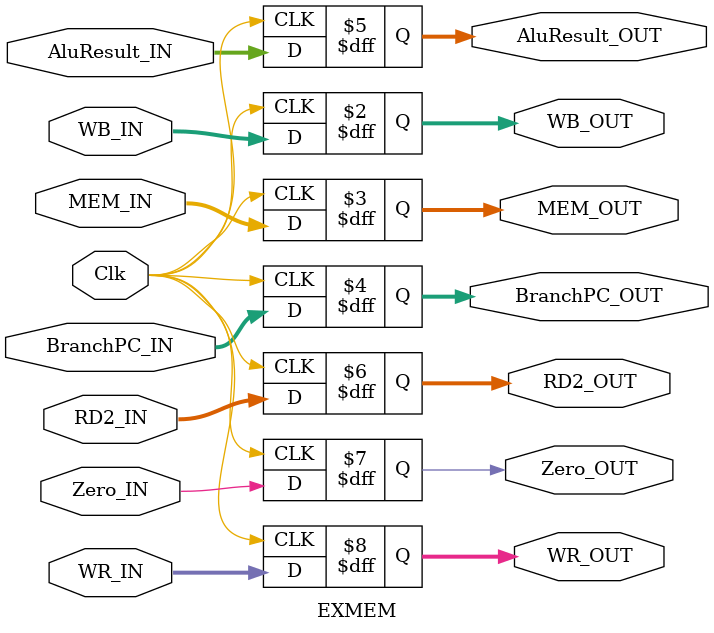
<source format=v>

`timescale 1ns/1ns

module EXMEM(Clk, WB_IN, MEM_IN, BranchPC_IN, Zero_IN, AluResult_IN, RD2_IN, WR_IN, WB_OUT, MEM_OUT, BranchPC_OUT, Zero_OUT, AluResult_OUT, RD2_OUT, WR_OUT);

input Clk;
input [1:0] WB_IN;
input [2:0] MEM_IN;

input [31:0] BranchPC_IN, AluResult_IN, RD2_IN;

input Zero_IN;
input [4:0] WR_IN;

output reg [1:0] WB_OUT;
output reg [2:0] MEM_OUT;

output reg [31:0] BranchPC_OUT, AluResult_OUT, RD2_OUT;

output reg [0:0] Zero_OUT;
output reg [4:0] WR_OUT;

always @(posedge Clk) begin
    WB_OUT <= WB_IN;
    MEM_OUT <= MEM_IN;
    BranchPC_OUT <= BranchPC_IN;
    AluResult_OUT <= AluResult_IN;
    RD2_OUT <= RD2_IN;
    Zero_OUT <= Zero_IN;
    WR_OUT <= WR_IN;
end

endmodule


</source>
